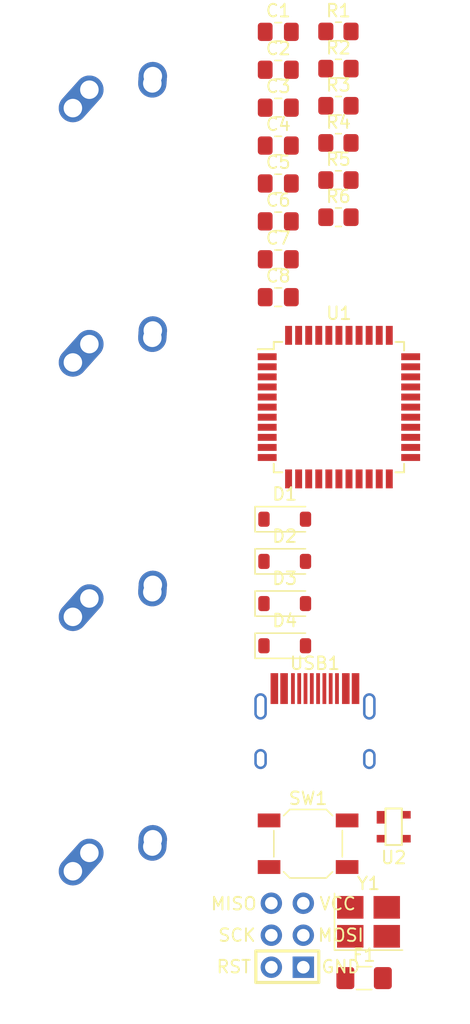
<source format=kicad_pcb>
(kicad_pcb (version 20221018) (generator pcbnew)
  (layers (0 "F.Cu" signal) (31 "B.Cu" signal) (34 "B.Paste" user) (35 "F.Paste" user) (36 "B.SilkS" user "B.Silkscreen") (37 "F.SilkS" user "F.Silkscreen") (38 "B.Mask" user) (39 "F.Mask" user) (44 "Edge.Cuts" user))
  (net 0 "")
  (net 1 "Net-(U1-UCAP)")
  (net 2 "GND")
  (net 3 "XTAL1")
  (net 4 "XTAL2")
  (net 5 "+5V")
  (net 6 "row0")
  (net 7 "Net-(D1-A)")
  (net 8 "Net-(D2-A)")
  (net 9 "row1")
  (net 10 "Net-(D3-A)")
  (net 11 "Net-(D4-A)")
  (net 12 "VCC")
  (net 13 "MISO")
  (net 14 "SCK")
  (net 15 "MOSI")
  (net 16 "RESET")
  (net 17 "Net-(U1-~{HWB}{slash}PE2)")
  (net 18 "Net-(U2-IO2)")
  (net 19 "D-")
  (net 20 "Net-(U2-IO1)")
  (net 21 "D+")
  (net 22 "Net-(USB1-CC2)")
  (net 23 "Net-(USB1-CC1)")
  (net 24 "col0")
  (net 25 "col1")
  (footprint "Resistor_SMD:R_0805_2012Metric_Pad1.20x1.40mm_HandSolder" (layer "F.Cu") (at 113.5225 60.78)
    (fp_text reference "R5" (at 0 -1.65) (layer "F.SilkS"))
    (fp_text value "5.1k")
    (fp_line (start -0.227064 -0.735) (end 0.227064 -0.735) (stroke (width 0.12)) (layer "F.SilkS"))
    (fp_line (start -0.227064 0.735) (end 0.227064 0.735) (stroke (width 0.12)) (layer "F.SilkS"))
    (pad "1" smd roundrect (at -1 0) (size 1.2 1.4) (layers "F.Cu" "F.Paste" "F.Mask") (roundrect_rratio 0.208333) (net 22 "Net-(USB1-CC2)"))
    (pad "2" smd roundrect (at 1 0) (size 1.2 1.4) (layers "F.Cu" "F.Paste" "F.Mask") (roundrect_rratio 0.208333) (net 2 "GND"))
  )
  (footprint "Capacitor_SMD:C_0805_2012Metric_Pad1.18x1.45mm_HandSolder" (layer "F.Cu") (at 108.7425 64.06)
    (fp_text reference "C6" (at 0 -1.68) (layer "F.SilkS"))
    (fp_text value "0.1u")
    (fp_line (start -0.261252 -0.735) (end 0.261252 -0.735) (stroke (width 0.12)) (layer "F.SilkS"))
    (fp_line (start -0.261252 0.735) (end 0.261252 0.735) (stroke (width 0.12)) (layer "F.SilkS"))
    (pad "1" smd roundrect (at -1.0375 0) (size 1.175 1.45) (layers "F.Cu" "F.Paste" "F.Mask") (roundrect_rratio 0.212766) (net 5 "+5V"))
    (pad "2" smd roundrect (at 1.0375 0) (size 1.175 1.45) (layers "F.Cu" "F.Paste" "F.Mask") (roundrect_rratio 0.212766) (net 2 "GND"))
  )
  (footprint "Button_Switch_SMD:SW_SPST_SKQG_WithStem" (layer "F.Cu") (at 111.1125 113.48)
    (fp_text reference "SW1" (at 0 -3.6) (layer "F.SilkS"))
    (fp_text value "SW_Push")
    (fp_line (start -2.72 1.04) (end -2.72 -1.04) (stroke (width 0.12)) (layer "F.SilkS"))
    (fp_line (start -1.45 -2.72) (end -1.94 -2.23) (stroke (width 0.12)) (layer "F.SilkS"))
    (fp_line (start -1.45 -2.72) (end 1.45 -2.72) (stroke (width 0.12)) (layer "F.SilkS"))
    (fp_line (start -1.45 2.72) (end -1.94 2.23) (stroke (width 0.12)) (layer "F.SilkS"))
    (fp_line (start -1.45 2.72) (end 1.45 2.72) (stroke (width 0.12)) (layer "F.SilkS"))
    (fp_line (start 1.45 -2.72) (end 1.94 -2.23) (stroke (width 0.12)) (layer "F.SilkS"))
    (fp_line (start 1.45 2.72) (end 1.94 2.23) (stroke (width 0.12)) (layer "F.SilkS"))
    (fp_line (start 2.72 1.04) (end 2.72 -1.04) (stroke (width 0.12)) (layer "F.SilkS"))
    (pad "1" smd rect (at -3.1 -1.85) (size 1.8 1.1) (layers "F.Cu" "F.Paste" "F.Mask") (net 2 "GND"))
    (pad "1" smd rect (at 3.1 -1.85) (size 1.8 1.1) (layers "F.Cu" "F.Paste" "F.Mask") (net 2 "GND"))
    (pad "2" smd rect (at -3.1 1.85) (size 1.8 1.1) (layers "F.Cu" "F.Paste" "F.Mask") (net 16 "RESET"))
    (pad "2" smd rect (at 3.1 1.85) (size 1.8 1.1) (layers "F.Cu" "F.Paste" "F.Mask") (net 16 "RESET"))
  )
  (footprint "Type-C.pretty-master:HRO-TYPE-C-31-M-12-HandSoldering" (layer "F.Cu") (at 111.6575 109.355)
    (fp_text reference "USB1" (at 0 -10.2) (layer "F.SilkS"))
    (fp_text value "HRO-TYPE-C-31-M-12")
    (pad "" np_thru_hole circle (at -2.89 -6.25) (size 0.65 0.65) (drill 0.65) (layers "*.Cu" "*.Mask"))
    (pad "" np_thru_hole circle (at 2.89 -6.25) (size 0.65 0.65) (drill 0.65) (layers "*.Cu" "*.Mask"))
    (pad "1" smd rect (at -3.225 -8.195) (size 0.6 2.45) (layers "F.Cu" "F.Paste" "F.Mask") (net 2 "GND"))
    (pad "2" smd rect (at -2.45 -8.195) (size 0.6 2.45) (layers "F.Cu" "F.Paste" "F.Mask") (net 12 "VCC"))
    (pad "3" smd rect (at -1.75 -8.195) (size 0.3 2.45) (layers "F.Cu" "F.Paste" "F.Mask"))
    (pad "4" smd rect (at -1.25 -8.195) (size 0.3 2.45) (layers "F.Cu" "F.Paste" "F.Mask") (net 23 "Net-(USB1-CC1)"))
    (pad "5" smd rect (at -0.75 -8.195) (size 0.3 2.45) (layers "F.Cu" "F.Paste" "F.Mask") (net 18 "Net-(U2-IO2)"))
    (pad "6" smd rect (at -0.25 -8.195) (size 0.3 2.45) (layers "F.Cu" "F.Paste" "F.Mask") (net 20 "Net-(U2-IO1)"))
    (pad "7" smd rect (at 0.25 -8.195) (size 0.3 2.45) (layers "F.Cu" "F.Paste" "F.Mask") (net 18 "Net-(U2-IO2)"))
    (pad "8" smd rect (at 0.75 -8.195) (size 0.3 2.45) (layers "F.Cu" "F.Paste" "F.Mask") (net 20 "Net-(U2-IO1)"))
    (pad "9" smd rect (at 1.25 -8.195) (size 0.3 2.45) (layers "F.Cu" "F.Paste" "F.Mask"))
    (pad "10" smd rect (at 1.75 -8.195) (size 0.3 2.45) (layers "F.Cu" "F.Paste" "F.Mask") (net 22 "Net-(USB1-CC2)"))
    (pad "11" smd rect (at 2.45 -8.195) (size 0.6 2.45) (layers "F.Cu" "F.Paste" "F.Mask") (net 12 "VCC"))
    (pad "12" smd rect (at 3.225 -8.195) (size 0.6 2.45) (layers "F.Cu" "F.Paste" "F.Mask") (net 2 "GND"))
    (pad "13" thru_hole oval (at -4.32 -6.78) (size 1 2.1) (drill oval 0.6 1.7) (layers "*.Cu" "B.Mask") (net 2 "GND"))
    (pad "13" thru_hole oval (at -4.32 -2.6) (size 1 1.6) (drill oval 0.6 1.2) (layers "*.Cu" "B.Mask") (net 2 "GND"))
    (pad "13" thru_hole oval (at 4.32 -6.78) (size 1 2.1) (drill oval 0.6 1.7) (layers "*.Cu" "B.Mask") (net 2 "GND"))
    (pad "13" thru_hole oval (at 4.32 -2.6) (size 1 1.6) (drill oval 0.6 1.2) (layers "*.Cu" "B.Mask") (net 2 "GND"))
  )
  (footprint "Capacitor_SMD:C_0805_2012Metric_Pad1.18x1.45mm_HandSolder" (layer "F.Cu") (at 108.7425 70.08)
    (fp_text reference "C8" (at 0 -1.68) (layer "F.SilkS"))
    (fp_text value "0.1u")
    (fp_line (start -0.261252 -0.735) (end 0.261252 -0.735) (stroke (width 0.12)) (layer "F.SilkS"))
    (fp_line (start -0.261252 0.735) (end 0.261252 0.735) (stroke (width 0.12)) (layer "F.SilkS"))
    (pad "1" smd roundrect (at -1.0375 0) (size 1.175 1.45) (layers "F.Cu" "F.Paste" "F.Mask") (roundrect_rratio 0.212766) (net 5 "+5V"))
    (pad "2" smd roundrect (at 1.0375 0) (size 1.175 1.45) (layers "F.Cu" "F.Paste" "F.Mask") (roundrect_rratio 0.212766) (net 2 "GND"))
  )
  (footprint "Capacitor_SMD:C_0805_2012Metric_Pad1.18x1.45mm_HandSolder" (layer "F.Cu") (at 108.7425 52.02)
    (fp_text reference "C2" (at 0 -1.68) (layer "F.SilkS"))
    (fp_text value "22p")
    (fp_line (start -0.261252 -0.735) (end 0.261252 -0.735) (stroke (width 0.12)) (layer "F.SilkS"))
    (fp_line (start -0.261252 0.735) (end 0.261252 0.735) (stroke (width 0.12)) (layer "F.SilkS"))
    (pad "1" smd roundrect (at -1.0375 0) (size 1.175 1.45) (layers "F.Cu" "F.Paste" "F.Mask") (roundrect_rratio 0.212766) (net 3 "XTAL1"))
    (pad "2" smd roundrect (at 1.0375 0) (size 1.175 1.45) (layers "F.Cu" "F.Paste" "F.Mask") (roundrect_rratio 0.212766) (net 2 "GND"))
  )
  (footprint "Resistor_SMD:R_0805_2012Metric_Pad1.20x1.40mm_HandSolder" (layer "F.Cu") (at 113.5225 54.88)
    (fp_text reference "R3" (at 0 -1.65) (layer "F.SilkS"))
    (fp_text value "22")
    (fp_line (start -0.227064 -0.735) (end 0.227064 -0.735) (stroke (width 0.12)) (layer "F.SilkS"))
    (fp_line (start -0.227064 0.735) (end 0.227064 0.735) (stroke (width 0.12)) (layer "F.SilkS"))
    (pad "1" smd roundrect (at -1 0) (size 1.2 1.4) (layers "F.Cu" "F.Paste" "F.Mask") (roundrect_rratio 0.208333) (net 18 "Net-(U2-IO2)"))
    (pad "2" smd roundrect (at 1 0) (size 1.2 1.4) (layers "F.Cu" "F.Paste" "F.Mask") (roundrect_rratio 0.208333) (net 19 "D-"))
  )
  (footprint "Capacitor_SMD:C_0805_2012Metric_Pad1.18x1.45mm_HandSolder" (layer "F.Cu") (at 108.7425 58.04)
    (fp_text reference "C4" (at 0 -1.68) (layer "F.SilkS"))
    (fp_text value "0.1u")
    (fp_line (start -0.261252 -0.735) (end 0.261252 -0.735) (stroke (width 0.12)) (layer "F.SilkS"))
    (fp_line (start -0.261252 0.735) (end 0.261252 0.735) (stroke (width 0.12)) (layer "F.SilkS"))
    (pad "1" smd roundrect (at -1.0375 0) (size 1.175 1.45) (layers "F.Cu" "F.Paste" "F.Mask") (roundrect_rratio 0.212766) (net 5 "+5V"))
    (pad "2" smd roundrect (at 1.0375 0) (size 1.175 1.45) (layers "F.Cu" "F.Paste" "F.Mask") (roundrect_rratio 0.212766) (net 2 "GND"))
  )
  (footprint "Resistor_SMD:R_0805_2012Metric_Pad1.20x1.40mm_HandSolder" (layer "F.Cu") (at 113.5225 48.98)
    (fp_text reference "R1" (at 0 -1.65) (layer "F.SilkS"))
    (fp_text value "10k")
    (fp_line (start -0.227064 -0.735) (end 0.227064 -0.735) (stroke (width 0.12)) (layer "F.SilkS"))
    (fp_line (start -0.227064 0.735) (end 0.227064 0.735) (stroke (width 0.12)) (layer "F.SilkS"))
    (pad "1" smd roundrect (at -1 0) (size 1.2 1.4) (layers "F.Cu" "F.Paste" "F.Mask") (roundrect_rratio 0.208333) (net 17 "Net-(U1-~{HWB}{slash}PE2)"))
    (pad "2" smd roundrect (at 1 0) (size 1.2 1.4) (layers "F.Cu" "F.Paste" "F.Mask") (roundrect_rratio 0.208333) (net 2 "GND"))
  )
  (footprint "Resistor_SMD:R_0805_2012Metric_Pad1.20x1.40mm_HandSolder" (layer "F.Cu") (at 113.5225 57.83)
    (fp_text reference "R4" (at 0 -1.65) (layer "F.SilkS"))
    (fp_text value "22")
    (fp_line (start -0.227064 -0.735) (end 0.227064 -0.735) (stroke (width 0.12)) (layer "F.SilkS"))
    (fp_line (start -0.227064 0.735) (end 0.227064 0.735) (stroke (width 0.12)) (layer "F.SilkS"))
    (pad "1" smd roundrect (at -1 0) (size 1.2 1.4) (layers "F.Cu" "F.Paste" "F.Mask") (roundrect_rratio 0.208333) (net 20 "Net-(U2-IO1)"))
    (pad "2" smd roundrect (at 1 0) (size 1.2 1.4) (layers "F.Cu" "F.Paste" "F.Mask") (roundrect_rratio 0.208333) (net 21 "D+"))
  )
  (footprint "Capacitor_SMD:C_0805_2012Metric_Pad1.18x1.45mm_HandSolder" (layer "F.Cu") (at 108.7425 61.05)
    (fp_text reference "C5" (at 0 -1.68) (layer "F.SilkS"))
    (fp_text value "0.1u")
    (fp_line (start -0.261252 -0.735) (end 0.261252 -0.735) (stroke (width 0.12)) (layer "F.SilkS"))
    (fp_line (start -0.261252 0.735) (end 0.261252 0.735) (stroke (width 0.12)) (layer "F.SilkS"))
    (pad "1" smd roundrect (at -1.0375 0) (size 1.175 1.45) (layers "F.Cu" "F.Paste" "F.Mask") (roundrect_rratio 0.212766) (net 5 "+5V"))
    (pad "2" smd roundrect (at 1.0375 0) (size 1.175 1.45) (layers "F.Cu" "F.Paste" "F.Mask") (roundrect_rratio 0.212766) (net 2 "GND"))
  )
  (footprint "random-keyboard-parts.pretty-master:SOT143B" (layer "F.Cu") (at 117.9125 112.13)
    (fp_text reference "U2" (at 0 2.45) (layer "F.SilkS"))
    (fp_text value "PRTR5V0U2X")
    (fp_line (start -0.65 -1.45) (end -0.65 1.45) (stroke (width 0.15)) (layer "F.SilkS"))
    (fp_line (start -0.65 1.45) (end 0.65 1.45) (stroke (width 0.15)) (layer "F.SilkS"))
    (fp_line (start 0.65 -1.45) (end -0.65 -1.45) (stroke (width 0.15)) (layer "F.SilkS"))
    (fp_line (start 0.65 -1.45) (end 0.65 1.45) (stroke (width 0.15)) (layer "F.SilkS"))
    (pad "1" smd rect (at -1 -0.75 270) (size 1 0.7) (layers "F.Cu" "F.Paste" "F.Mask") (net 2 "GND"))
    (pad "2" smd rect (at -1 0.95 270) (size 0.6 0.7) (layers "F.Cu" "F.Paste" "F.Mask") (net 20 "Net-(U2-IO1)"))
    (pad "3" smd rect (at 1 0.95 270) (size 0.6 0.7) (layers "F.Cu" "F.Paste" "F.Mask") (net 18 "Net-(U2-IO2)"))
    (pad "4" smd rect (at 1 -0.95 270) (size 0.6 0.7) (layers "F.Cu" "F.Paste" "F.Mask") (net 5 "+5V"))
  )
  (footprint "random-keyboard-parts.pretty-master:Reset_Pretty-Mask" (layer "F.Cu") (at 109.4625 120.745)
    (fp_text reference "J1")
    (fp_text value "AVR-ISP-6")
    (fp_text user "VCC" (at 4 -2.5) (layer "F.SilkS"))
    (fp_text user "SCK" (at -4 0) (layer "F.SilkS"))
    (fp_text user "MISO" (at -4.25 -2.5) (layer "F.SilkS"))
    (fp_text user "RST" (at -4.25 2.5) (layer "F.SilkS"))
    (fp_text user "GND" (at 4.25 2.5) (layer "F.SilkS"))
    (fp_text user "MOSI" (at 4.25 0) (layer "F.SilkS"))
    (fp_line (start -2.5 1.25) (end 2.5 1.25) (stroke (width 0.25)) (layer "F.SilkS"))
    (fp_line (start -2.5 3.75) (end -2.5 1.25) (stroke (width 0.25)) (layer "F.SilkS"))
    (fp_line (start 2.5 1.25) (end 2.5 3.75) (stroke (width 0.25)) (layer "F.SilkS"))
    (fp_line (start 2.5 3.75) (end -2.5 3.75) (stroke (width 0.25)) (layer "F.SilkS"))
    (pad "1" thru_hole circle (at -1.27 -2.54) (size 1.7 1.7) (drill 1) (layers "*.Cu" "F.Mask") (net 13 "MISO"))
    (pad "2" thru_hole circle (at 1.27 -2.54) (size 1.7 1.7) (drill 1) (layers "*.Cu" "F.Mask") (net 5 "+5V"))
    (pad "3" thru_hole circle (at -1.27 0) (size 1.7 1.7) (drill 1) (layers "*.Cu" "F.Mask") (net 14 "SCK"))
    (pad "4" thru_hole circle (at 1.27 0) (size 1.7 1.7) (drill 1) (layers "*.Cu" "F.Mask") (net 15 "MOSI"))
    (pad "5" thru_hole circle (at -1.27 2.54) (size 1.7 1.7) (drill 1) (layers "*.Cu" "F.Mask") (net 16 "RESET"))
    (pad "6" thru_hole rect (at 1.27 2.54) (size 1.7 1.7) (drill 1) (layers "*.Cu" "F.Mask") (net 2 "GND"))
  )
  (footprint "Capacitor_SMD:C_0805_2012Metric_Pad1.18x1.45mm_HandSolder" (layer "F.Cu") (at 108.7425 67.07)
    (fp_text reference "C7" (at 0 -1.68) (layer "F.SilkS"))
    (fp_text value "0.1u")
    (fp_line (start -0.261252 -0.735) (end 0.261252 -0.735) (stroke (width 0.12)) (layer "F.SilkS"))
    (fp_line (start -0.261252 0.735) (end 0.261252 0.735) (stroke (width 0.12)) (layer "F.SilkS"))
    (pad "1" smd roundrect (at -1.0375 0) (size 1.175 1.45) (layers "F.Cu" "F.Paste" "F.Mask") (roundrect_rratio 0.212766) (net 5 "+5V"))
    (pad "2" smd roundrect (at 1.0375 0) (size 1.175 1.45) (layers "F.Cu" "F.Paste" "F.Mask") (roundrect_rratio 0.212766) (net 2 "GND"))
  )
  (footprint "MX_Alps_Hybrid:MX-1U-NoLED" (layer "F.Cu") (at 96.2375 57.605)
    (fp_text reference "SW2")
    (fp_text value "SW_Push")
    (pad "" np_thru_hole circle (at -5.08 0 48.0996) (size 1.75 1.75) (drill 1.75) (layers "*.Cu" "*.Mask"))
    (pad "" np_thru_hole circle (at 0 0) (size 3.9878 3.9878) (drill 3.9878) (layers "*.Cu" "*.Mask"))
    (pad "" np_thru_hole circle (at 5.08 0 48.0996) (size 1.75 1.75) (drill 1.75) (layers "*.Cu" "*.Mask"))
    (pad "1" thru_hole oval (at -3.81 -2.54 48.0996) (size 4.211556 2.25) (drill 1.47 (offset 0.980778 0)) (layers "*.Cu" "B.Mask") (net 7 "Net-(D1-A)"))
    (pad "1" thru_hole circle (at -2.5 -4) (size 2.25 2.25) (drill 1.47) (layers "*.Cu" "B.Mask") (net 7 "Net-(D1-A)"))
    (pad "2" thru_hole oval (at 2.5 -4.5 86.0548) (size 2.831378 2.25) (drill 1.47 (offset 0.290689 0)) (layers "*.Cu" "B.Mask") (net 24 "col0"))
    (pad "2" thru_hole circle (at 2.54 -5.08) (size 2.25 2.25) (drill 1.47) (layers "*.Cu" "B.Mask") (net 24 "col0"))
  )
  (footprint "Capacitor_SMD:C_0805_2012Metric_Pad1.18x1.45mm_HandSolder" (layer "F.Cu") (at 108.7425 49.01)
    (fp_text reference "C1" (at 0 -1.68) (layer "F.SilkS"))
    (fp_text value "1u")
    (fp_line (start -0.261252 -0.735) (end 0.261252 -0.735) (stroke (width 0.12)) (layer "F.SilkS"))
    (fp_line (start -0.261252 0.735) (end 0.261252 0.735) (stroke (width 0.12)) (layer "F.SilkS"))
    (pad "1" smd roundrect (at -1.0375 0) (size 1.175 1.45) (layers "F.Cu" "F.Paste" "F.Mask") (roundrect_rratio 0.212766) (net 1 "Net-(U1-UCAP)"))
    (pad "2" smd roundrect (at 1.0375 0) (size 1.175 1.45) (layers "F.Cu" "F.Paste" "F.Mask") (roundrect_rratio 0.212766) (net 2 "GND"))
  )
  (footprint "Diode_SMD:D_SOD-123" (layer "F.Cu") (at 109.2575 94.41)
    (fp_text reference "D3" (at 0 -2) (layer "F.SilkS"))
    (fp_text value "D")
    (fp_line (start -2.36 -1) (end -2.36 1) (stroke (width 0.12)) (layer "F.SilkS"))
    (fp_line (start -2.36 -1) (end 1.65 -1) (stroke (width 0.12)) (layer "F.SilkS"))
    (fp_line (start -2.36 1) (end 1.65 1) (stroke (width 0.12)) (layer "F.SilkS"))
    (pad "1" smd roundrect (at -1.65 0) (size 0.9 1.2) (layers "F.Cu" "F.Paste" "F.Mask") (net 9 "row1"))
    (pad "2" smd roundrect (at 1.65 0) (size 0.9 1.2) (layers "F.Cu" "F.Paste" "F.Mask") (net 10 "Net-(D3-A)"))
  )
  (footprint "Package_QFP:TQFP-44_10x10mm_P0.8mm" (layer "F.Cu") (at 113.5625 78.81)
    (fp_text reference "U1" (at 0 -7.45) (layer "F.SilkS"))
    (fp_text value "ATmega32U4-A")
    (fp_line (start -5.175 -5.175) (end -5.175 -4.6) (stroke (width 0.15)) (layer "F.SilkS"))
    (fp_line (start -5.175 -5.175) (end -4.5 -5.175) (stroke (width 0.15)) (layer "F.SilkS"))
    (fp_line (start -5.175 -4.6) (end -6.45 -4.6) (stroke (width 0.15)) (layer "F.SilkS"))
    (fp_line (start -5.175 5.175) (end -5.175 4.5) (stroke (width 0.15)) (layer "F.SilkS"))
    (fp_line (start -5.175 5.175) (end -4.5 5.175) (stroke (width 0.15)) (layer "F.SilkS"))
    (fp_line (start 5.175 -5.175) (end 4.5 -5.175) (stroke (width 0.15)) (layer "F.SilkS"))
    (fp_line (start 5.175 -5.175) (end 5.175 -4.5) (stroke (width 0.15)) (layer "F.SilkS"))
    (fp_line (start 5.175 5.175) (end 4.5 5.175) (stroke (width 0.15)) (layer "F.SilkS"))
    (fp_line (start 5.175 5.175) (end 5.175 4.5) (stroke (width 0.15)) (layer "F.SilkS"))
    (pad "1" smd rect (at -5.7 -4) (size 1.5 0.55) (layers "F.Cu" "F.Paste" "F.Mask"))
    (pad "2" smd rect (at -5.7 -3.2) (size 1.5 0.55) (layers "F.Cu" "F.Paste" "F.Mask") (net 5 "+5V"))
    (pad "3" smd rect (at -5.7 -2.4) (size 1.5 0.55) (layers "F.Cu" "F.Paste" "F.Mask") (net 19 "D-"))
    (pad "4" smd rect (at -5.7 -1.6) (size 1.5 0.55) (layers "F.Cu" "F.Paste" "F.Mask") (net 21 "D+"))
    (pad "5" smd rect (at -5.7 -0.8) (size 1.5 0.55) (layers "F.Cu" "F.Paste" "F.Mask") (net 2 "GND"))
    (pad "6" smd rect (at -5.7 0) (size 1.5 0.55) (layers "F.Cu" "F.Paste" "F.Mask") (net 1 "Net-(U1-UCAP)"))
    (pad "7" smd rect (at -5.7 0.8) (size 1.5 0.55) (layers "F.Cu" "F.Paste" "F.Mask") (net 5 "+5V"))
    (pad "8" smd rect (at -5.7 1.6) (size 1.5 0.55) (layers "F.Cu" "F.Paste" "F.Mask"))
    (pad "9" smd rect (at -5.7 2.4) (size 1.5 0.55) (layers "F.Cu" "F.Paste" "F.Mask") (net 14 "SCK"))
    (pad "10" smd rect (at -5.7 3.2) (size 1.5 0.55) (layers "F.Cu" "F.Paste" "F.Mask") (net 15 "MOSI"))
    (pad "11" smd rect (at -5.7 4) (size 1.5 0.55) (layers "F.Cu" "F.Paste" "F.Mask") (net 13 "MISO"))
    (pad "12" smd rect (at -4 5.7 90) (size 1.5 0.55) (layers "F.Cu" "F.Paste" "F.Mask") (net 9 "row1"))
    (pad "13" smd rect (at -3.2 5.7 90) (size 1.5 0.55) (layers "F.Cu" "F.Paste" "F.Mask") (net 16 "RESET"))
    (pad "14" smd rect (at -2.4 5.7 90) (size 1.5 0.55) (layers "F.Cu" "F.Paste" "F.Mask") (net 5 "+5V"))
    (pad "15" smd rect (at -1.6 5.7 90) (size 1.5 0.55) (layers "F.Cu" "F.Paste" "F.Mask") (net 2 "GND"))
    (pad "16" smd rect (at -0.8 5.7 90) (size 1.5 0.55) (layers "F.Cu" "F.Paste" "F.Mask") (net 4 "XTAL2"))
    (pad "17" smd rect (at 0 5.7 90) (size 1.5 0.55) (layers "F.Cu" "F.Paste" "F.Mask") (net 3 "XTAL1"))
    (pad "18" smd rect (at 0.8 5.7 90) (size 1.5 0.55) (layers "F.Cu" "F.Paste" "F.Mask"))
    (pad "19" smd rect (at 1.6 5.7 90) (size 1.5 0.55) (layers "F.Cu" "F.Paste" "F.Mask"))
    (pad "20" smd rect (at 2.4 5.7 90) (size 1.5 0.55) (layers "F.Cu" "F.Paste" "F.Mask"))
    (pad "21" smd rect (at 3.2 5.7 90) (size 1.5 0.55) (layers "F.Cu" "F.Paste" "F.Mask"))
    (pad "22" smd rect (at 4 5.7 90) (size 1.5 0.55) (layers "F.Cu" "F.Paste" "F.Mask"))
    (pad "23" smd rect (at 5.7 4) (size 1.5 0.55) (layers "F.Cu" "F.Paste" "F.Mask") (net 2 "GND"))
    (pad "24" smd rect (at 5.7 3.2) (size 1.5 0.55) (layers "F.Cu" "F.Paste" "F.Mask") (net 5 "+5V"))
    (pad "25" smd rect (at 5.7 2.4) (size 1.5 0.55) (layers "F.Cu" "F.Paste" "F.Mask"))
    (pad "26" smd rect (at 5.7 1.6) (size 1.5 0.55) (layers "F.Cu" "F.Paste" "F.Mask"))
    (pad "27" smd rect (at 5.7 0.8) (size 1.5 0.55) (layers "F.Cu" "F.Paste" "F.Mask"))
    (pad "28" smd rect (at 5.7 0) (size 1.5 0.55) (layers "F.Cu" "F.Paste" "F.Mask") (net 24 "col0"))
    (pad "29" smd rect (at 5.7 -0.8) (size 1.5 0.55) (layers "F.Cu" "F.Paste" "F.Mask") (net 25 "col1"))
    (pad "30" smd rect (at 5.7 -1.6) (size 1.5 0.55) (layers "F.Cu" "F.Paste" "F.Mask") (net 6 "row0"))
    (pad "31" smd rect (at 5.7 -2.4) (size 1.5 0.55) (layers "F.Cu" "F.Paste" "F.Mask"))
    (pad "32" smd rect (at 5.7 -3.2) (size 1.5 0.55) (layers "F.Cu" "F.Paste" "F.Mask"))
    (pad "33" smd rect (at 5.7 -4) (size 1.5 0.55) (layers "F.Cu" "F.Paste" "F.Mask") (net 17 "Net-(U1-~{HWB}{slash}PE2)"))
    (pad "34" smd rect (at 4 -5.7 90) (size 1.5 0.55) (layers "F.Cu" "F.Paste" "F.Mask") (net 5 "+5V"))
    (pad "35" smd rect (at 3.2 -5.7 90) (size 1.5 0.55) (layers "F.Cu" "F.Paste" "F.Mask") (net 2 "GND"))
    (pad "36" smd rect (at 2.4 -5.7 90) (size 1.5 0.55) (layers "F.Cu" "F.Paste" "F.Mask"))
    (pad "37" smd rect (at 1.6 -5.7 90) (size 1.5 0.55) (layers "F.Cu" "F.Paste" "F.Mask"))
    (pad "38" smd rect (at 0.8 -5.7 90) (size 1.5 0.55) (layers "F.Cu" "F.Paste" "F.Mask"))
    (pad "39" smd rect (at 0 -5.7 90) (size 1.5 0.55) (layers "F.Cu" "F.Paste" "F.Mask"))
    (pad "40" smd rect (at -0.8 -5.7 90) (size 1.5 0.55) (layers "F.Cu" "F.Paste" "F.Mask"))
    (pad "41" smd rect (at -1.6 -5.7 90) (size 1.5 0.55) (layers "F.Cu" "F.Paste" "F.Mask"))
    (pad "42" smd rect (at -2.4 -5.7 90) (size 1.5 0.55) (layers "F.Cu" "F.Paste" "F.Mask"))
    (pad "43" smd rect (at -3.2 -5.7 90) (size 1.5 0.55) (layers "F.Cu" "F.Paste" "F.Mask") (net 2 "GND"))
    (pad "44" smd rect (at -4 -5.7 90) (size 1.5 0.55) (layers "F.Cu" "F.Paste" "F.Mask") (net 5 "+5V"))
  )
  (footprint "MX_Alps_Hybrid:MX-1U-NoLED" (layer "F.Cu") (at 96.2375 118.205)
    (fp_text reference "SW5")
    (fp_text value "SW_Push")
    (pad "" np_thru_hole circle (at -5.08 0 48.0996) (size 1.75 1.75) (drill 1.75) (layers "*.Cu" "*.Mask"))
    (pad "" np_thru_hole circle (at 0 0) (size 3.9878 3.9878) (drill 3.9878) (layers "*.Cu" "*.Mask"))
    (pad "" np_thru_hole circle (at 5.08 0 48.0996) (size 1.75 1.75) (drill 1.75) (layers "*.Cu" "*.Mask"))
    (pad "1" thru_hole oval (at -3.81 -2.54 48.0996) (size 4.211556 2.25) (drill 1.47 (offset 0.980778 0)) (layers "*.Cu" "B.Mask") (net 11 "Net-(D4-A)"))
    (pad "1" thru_hole circle (at -2.5 -4) (size 2.25 2.25) (drill 1.47) (layers "*.Cu" "B.Mask") (net 11 "Net-(D4-A)"))
    (pad "2" thru_hole oval (at 2.5 -4.5 86.0548) (size 2.831378 2.25) (drill 1.47 (offset 0.290689 0)) (layers "*.Cu" "B.Mask") (net 25 "col1"))
    (pad "2" thru_hole circle (at 2.54 -5.08) (size 2.25 2.25) (drill 1.47) (layers "*.Cu" "B.Mask") (net 25 "col1"))
  )
  (footprint "Resistor_SMD:R_0805_2012Metric_Pad1.20x1.40mm_HandSolder" (layer "F.Cu") (at 113.5225 63.73)
    (fp_text reference "R6" (at 0 -1.65) (layer "F.SilkS"))
    (fp_text value "5.1k")
    (fp_line (start -0.227064 -0.735) (end 0.227064 -0.735) (stroke (width 0.12)) (layer "F.SilkS"))
    (fp_line (start -0.227064 0.735) (end 0.227064 0.735) (stroke (width 0.12)) (layer "F.SilkS"))
    (pad "1" smd roundrect (at -1 0) (size 1.2 1.4) (layers "F.Cu" "F.Paste" "F.Mask") (roundrect_rratio 0.208333) (net 23 "Net-(USB1-CC1)"))
    (pad "2" smd roundrect (at 1 0) (size 1.2 1.4) (layers "F.Cu" "F.Paste" "F.Mask") (roundrect_rratio 0.208333) (net 2 "GND"))
  )
  (footprint "MX_Alps_Hybrid:MX-1U-NoLED" (layer "F.Cu") (at 96.2375 77.805)
    (fp_text reference "SW3")
    (fp_text value "SW_Push")
    (pad "" np_thru_hole circle (at -5.08 0 48.0996) (size 1.75 1.75) (drill 1.75) (layers "*.Cu" "*.Mask"))
    (pad "" np_thru_hole circle (at 0 0) (size 3.9878 3.9878) (drill 3.9878) (layers "*.Cu" "*.Mask"))
    (pad "" np_thru_hole circle (at 5.08 0 48.0996) (size 1.75 1.75) (drill 1.75) (layers "*.Cu" "*.Mask"))
    (pad "1" thru_hole oval (at -3.81 -2.54 48.0996) (size 4.211556 2.25) (drill 1.47 (offset 0.980778 0)) (layers "*.Cu" "B.Mask") (net 8 "Net-(D2-A)"))
    (pad "1" thru_hole circle (at -2.5 -4) (size 2.25 2.25) (drill 1.47) (layers "*.Cu" "B.Mask") (net 8 "Net-(D2-A)"))
    (pad "2" thru_hole oval (at 2.5 -4.5 86.0548) (size 2.831378 2.25) (drill 1.47 (offset 0.290689 0)) (layers "*.Cu" "B.Mask") (net 25 "col1"))
    (pad "2" thru_hole circle (at 2.54 -5.08) (size 2.25 2.25) (drill 1.47) (layers "*.Cu" "B.Mask") (net 25 "col1"))
  )
  (footprint "MX_Alps_Hybrid:MX-1U-NoLED" (layer "F.Cu") (at 96.2375 98.005)
    (fp_text reference "SW4")
    (fp_text value "SW_Push")
    (pad "" np_thru_hole circle (at -5.08 0 48.0996) (size 1.75 1.75) (drill 1.75) (layers "*.Cu" "*.Mask"))
    (pad "" np_thru_hole circle (at 0 0) (size 3.9878 3.9878) (drill 3.9878) (layers "*.Cu" "*.Mask"))
    (pad "" np_thru_hole circle (at 5.08 0 48.0996) (size 1.75 1.75) (drill 1.75) (layers "*.Cu" "*.Mask"))
    (pad "1" thru_hole oval (at -3.81 -2.54 48.0996) (size 4.211556 2.25) (drill 1.47 (offset 0.980778 0)) (layers "*.Cu" "B.Mask") (net 10 "Net-(D3-A)"))
    (pad "1" thru_hole circle (at -2.5 -4) (size 2.25 2.25) (drill 1.47) (layers "*.Cu" "B.Mask") (net 10 "Net-(D3-A)"))
    (pad "2" thru_hole oval (at 2.5 -4.5 86.0548) (size 2.831378 2.25) (drill 1.47 (offset 0.290689 0)) (layers "*.Cu" "B.Mask") (net 24 "col0"))
    (pad "2" thru_hole circle (at 2.54 -5.08) (size 2.25 2.25) (drill 1.47) (layers "*.Cu" "B.Mask") (net 24 "col0"))
  )
  (footprint "Capacitor_SMD:C_0805_2012Metric_Pad1.18x1.45mm_HandSolder" (layer "F.Cu") (at 108.7425 55.03)
    (fp_text reference "C3" (at 0 -1.68) (layer "F.SilkS"))
    (fp_text value "22p")
    (fp_line (start -0.261252 -0.735) (end 0.261252 -0.735) (stroke (width 0.12)) (layer "F.SilkS"))
    (fp_line (start -0.261252 0.735) (end 0.261252 0.735) (stroke (width 0.12)) (layer "F.SilkS"))
    (pad "1" smd roundrect (at -1.0375 0) (size 1.175 1.45) (layers "F.Cu" "F.Paste" "F.Mask") (roundrect_rratio 0.212766) (net 4 "XTAL2"))
    (pad "2" smd roundrect (at 1.0375 0) (size 1.175 1.45) (layers "F.Cu" "F.Paste" "F.Mask") (roundrect_rratio 0.212766) (net 2 "GND"))
  )
  (footprint "Diode_SMD:D_SOD-123" (layer "F.Cu") (at 109.2575 97.76)
    (fp_text reference "D4" (at 0 -2) (layer "F.SilkS"))
    (fp_text value "D")
    (fp_line (start -2.36 -1) (end -2.36 1) (stroke (width 0.12)) (layer "F.SilkS"))
    (fp_line (start -2.36 -1) (end 1.65 -1) (stroke (width 0.12)) (layer "F.SilkS"))
    (fp_line (start -2.36 1) (end 1.65 1) (stroke (width 0.12)) (layer "F.SilkS"))
    (pad "1" smd roundrect (at -1.65 0) (size 0.9 1.2) (layers "F.Cu" "F.Paste" "F.Mask") (net 9 "row1"))
    (pad "2" smd roundrect (at 1.65 0) (size 0.9 1.2) (layers "F.Cu" "F.Paste" "F.Mask") (net 11 "Net-(D4-A)"))
  )
  (footprint "Resistor_SMD:R_0805_2012Metric_Pad1.20x1.40mm_HandSolder" (layer "F.Cu") (at 113.5225 51.93)
    (fp_text reference "R2" (at 0 -1.65) (layer "F.SilkS"))
    (fp_text value "10k")
    (fp_line (start -0.227064 -0.735) (end 0.227064 -0.735) (stroke (width 0.12)) (layer "F.SilkS"))
    (fp_line (start -0.227064 0.735) (end 0.227064 0.735) (stroke (width 0.12)) (layer "F.SilkS"))
    (pad "1" smd roundrect (at -1 0) (size 1.2 1.4) (layers "F.Cu" "F.Paste" "F.Mask") (roundrect_rratio 0.208333) (net 5 "+5V"))
    (pad "2" smd roundrect (at 1 0) (size 1.2 1.4) (layers "F.Cu" "F.Paste" "F.Mask") (roundrect_rratio 0.208333) (net 16 "RESET"))
  )
  (footprint "Fuse:Fuse_1206_3216Metric_Pad1.42x1.75mm_HandSolder" (layer "F.Cu") (at 115.5625 124.15)
    (fp_text reference "F1" (at 0 -1.82) (layer "F.SilkS"))
    (fp_text value "Polyfuse_Small")
    (fp_line (start -0.602064 -0.91) (end 0.602064 -0.91) (stroke (width 0.12)) (layer "F.SilkS"))
    (fp_line (start -0.602064 0.91) (end 0.602064 0.91) (stroke (width 0.12)) (layer "F.SilkS"))
    (pad "1" smd roundrect (at -1.4875 0) (size 1.425 1.75) (layers "F.Cu" "F.Paste" "F.Mask") (roundrect_rratio 0.175439) (net 12 "VCC"))
    (pad "2" smd roundrect (at 1.4875 0) (size 1.425 1.75) (layers "F.Cu" "F.Paste" "F.Mask") (roundrect_rratio 0.175439) (net 5 "+5V"))
  )
  (footprint "Crystal:Crystal_SMD_3225-4Pin_3.2x2.5mm_HandSoldering" (layer "F.Cu") (at 115.9125 119.68)
    (fp_text reference "Y1" (at 0 -3.05) (layer "F.SilkS"))
    (fp_text value "Crystal_GND24_Small")
    (fp_line (start -2.7 -2.25) (end -2.7 2.25) (stroke (width 0.12)) (layer "F.SilkS"))
    (fp_line (start -2.7 2.25) (end 2.7 2.25) (stroke (width 0.12)) (layer "F.SilkS"))
    (pad "1" smd rect (at -1.45 1.15) (size 2.1 1.8) (layers "F.Cu" "F.Paste" "F.Mask") (net 3 "XTAL1"))
    (pad "2" smd rect (at 1.45 1.15) (size 2.1 1.8) (layers "F.Cu" "F.Paste" "F.Mask") (net 2 "GND"))
    (pad "3" smd rect (at 1.45 -1.15) (size 2.1 1.8) (layers "F.Cu" "F.Paste" "F.Mask") (net 4 "XTAL2"))
    (pad "4" smd rect (at -1.45 -1.15) (size 2.1 1.8) (layers "F.Cu" "F.Paste" "F.Mask") (net 2 "GND"))
  )
  (footprint "Diode_SMD:D_SOD-123" (layer "F.Cu") (at 109.2575 91.06)
    (fp_text reference "D2" (at 0 -2) (layer "F.SilkS"))
    (fp_text value "D")
    (fp_line (start -2.36 -1) (end -2.36 1) (stroke (width 0.12)) (layer "F.SilkS"))
    (fp_line (start -2.36 -1) (end 1.65 -1) (stroke (width 0.12)) (layer "F.SilkS"))
    (fp_line (start -2.36 1) (end 1.65 1) (stroke (width 0.12)) (layer "F.SilkS"))
    (pad "1" smd roundrect (at -1.65 0) (size 0.9 1.2) (layers "F.Cu" "F.Paste" "F.Mask") (net 6 "row0"))
    (pad "2" smd roundrect (at 1.65 0) (size 0.9 1.2) (layers "F.Cu" "F.Paste" "F.Mask") (net 8 "Net-(D2-A)"))
  )
  (footprint "Diode_SMD:D_SOD-123" (layer "F.Cu") (at 109.2575 87.71)
    (fp_text reference "D1" (at 0 -2) (layer "F.SilkS"))
    (fp_text value "D")
    (fp_line (start -2.36 -1) (end -2.36 1) (stroke (width 0.12)) (layer "F.SilkS"))
    (fp_line (start -2.36 -1) (end 1.65 -1) (stroke (width 0.12)) (layer "F.SilkS"))
    (fp_line (start -2.36 1) (end 1.65 1) (stroke (width 0.12)) (layer "F.SilkS"))
    (pad "1" smd roundrect (at -1.65 0) (size 0.9 1.2) (layers "F.Cu" "F.Paste" "F.Mask") (net 6 "row0"))
    (pad "2" smd roundrect (at 1.65 0) (size 0.9 1.2) (layers "F.Cu" "F.Paste" "F.Mask") (net 7 "Net-(D1-A)"))
  )
)
</source>
